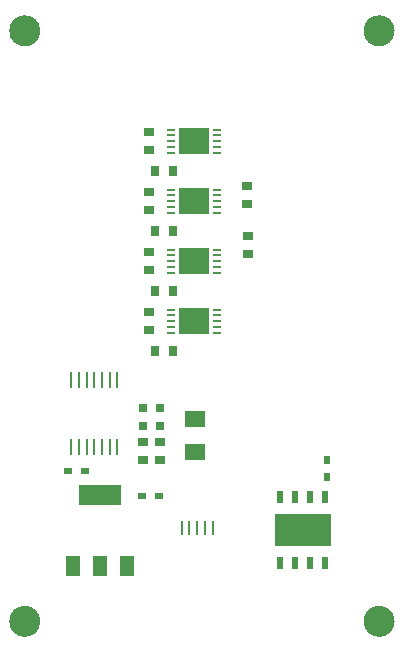
<source format=gtp>
G04 #@! TF.FileFunction,Paste,Top*
%FSLAX46Y46*%
G04 Gerber Fmt 4.6, Leading zero omitted, Abs format (unit mm)*
G04 Created by KiCad (PCBNEW 4.0.4-stable) date 11/10/16 15:29:45*
%MOMM*%
%LPD*%
G01*
G04 APERTURE LIST*
%ADD10C,0.100000*%
%ADD11C,0.010000*%
%ADD12R,0.860760X0.759160*%
%ADD13R,0.759160X0.860760*%
%ADD14R,0.279100X1.330660*%
%ADD15R,0.657560X0.657560*%
%ADD16R,0.690000X0.200000*%
%ADD17R,2.500000X2.200000*%
%ADD18R,1.663400X1.460200*%
%ADD19R,0.495000X1.130000*%
%ADD20R,4.750000X2.800000*%
%ADD21R,0.610000X0.660000*%
%ADD22R,0.260000X1.210000*%
%ADD23C,2.552000*%
%ADD24R,0.660000X0.610000*%
%ADD25R,1.160480X1.660860*%
%ADD26R,3.659840X1.660860*%
G04 APERTURE END LIST*
D10*
D11*
X131275000Y-90000000D02*
G75*
G03X131275000Y-90000000I-1275000J0D01*
G01*
X131275000Y-140000000D02*
G75*
G03X131275000Y-140000000I-1275000J0D01*
G01*
X161275000Y-140000000D02*
G75*
G03X161275000Y-140000000I-1275000J0D01*
G01*
X161275000Y-90000000D02*
G75*
G03X161275000Y-90000000I-1275000J0D01*
G01*
D12*
X148880000Y-108861840D03*
X148880000Y-107358160D03*
X140510000Y-100111840D03*
X140510000Y-98608160D03*
D13*
X142531840Y-101900000D03*
X141028160Y-101900000D03*
D12*
X140510000Y-105191840D03*
X140510000Y-103688160D03*
D13*
X142531840Y-106980000D03*
X141028160Y-106980000D03*
D12*
X140510000Y-110271840D03*
X140510000Y-108768160D03*
D13*
X142531840Y-112060000D03*
X141028160Y-112060000D03*
D12*
X140510000Y-115351840D03*
X140510000Y-113848160D03*
D13*
X142531840Y-117140000D03*
X141028160Y-117140000D03*
D14*
X135880000Y-119600920D03*
X135229760Y-119600920D03*
X134579520Y-119600920D03*
X133929280Y-119600920D03*
X133929280Y-125199080D03*
X137830720Y-119600920D03*
X137180480Y-119600920D03*
X136530240Y-119600920D03*
X134579520Y-125199080D03*
X135229760Y-125199080D03*
X135880000Y-125199080D03*
X136530240Y-125199080D03*
X137180480Y-125199080D03*
X137830720Y-125199080D03*
D15*
X141450000Y-121971400D03*
X141450000Y-123470000D03*
X140030000Y-121971400D03*
X140030000Y-123470000D03*
D16*
X142400000Y-103440000D03*
X142400000Y-103940000D03*
X142400000Y-104440000D03*
X142400000Y-104940000D03*
X142400000Y-105440000D03*
X146240000Y-103440000D03*
X146240000Y-103940000D03*
X146240000Y-104440000D03*
X146240000Y-104940000D03*
X146240000Y-105440000D03*
D17*
X144320000Y-104440000D03*
D16*
X142400000Y-108520000D03*
X142400000Y-109020000D03*
X142400000Y-109520000D03*
X142400000Y-110020000D03*
X142400000Y-110520000D03*
X146240000Y-108520000D03*
X146240000Y-109020000D03*
X146240000Y-109520000D03*
X146240000Y-110020000D03*
X146240000Y-110520000D03*
D17*
X144320000Y-109520000D03*
D16*
X142400000Y-113600000D03*
X142400000Y-114100000D03*
X142400000Y-114600000D03*
X142400000Y-115100000D03*
X142400000Y-115600000D03*
X146240000Y-113600000D03*
X146240000Y-114100000D03*
X146240000Y-114600000D03*
X146240000Y-115100000D03*
X146240000Y-115600000D03*
D17*
X144320000Y-114600000D03*
D18*
X144430000Y-125697000D03*
X144430000Y-122903000D03*
D19*
X151615000Y-135074000D03*
X152885000Y-135074000D03*
X154155000Y-135074000D03*
X155425000Y-135074000D03*
X155425000Y-129486000D03*
X154155000Y-129486000D03*
X152885000Y-129486000D03*
X151615000Y-129486000D03*
D20*
X153520000Y-132280000D03*
D21*
X155570000Y-127810000D03*
X155570000Y-126310000D03*
D22*
X143299100Y-132117460D03*
X143949100Y-132117460D03*
X144599100Y-132117460D03*
X145249100Y-132117460D03*
X145899100Y-132117460D03*
D16*
X142400000Y-98360000D03*
X142400000Y-98860000D03*
X142400000Y-99360000D03*
X142400000Y-99860000D03*
X142400000Y-100360000D03*
X146240000Y-98360000D03*
X146240000Y-98860000D03*
X146240000Y-99360000D03*
X146240000Y-99860000D03*
X146240000Y-100360000D03*
D17*
X144320000Y-99360000D03*
D23*
X130000000Y-90000000D03*
X130000000Y-140000000D03*
X160000000Y-140000000D03*
X160000000Y-90000000D03*
D24*
X135130000Y-127290000D03*
X133630000Y-127290000D03*
X141400000Y-129360000D03*
X139900000Y-129360000D03*
D12*
X141450000Y-126340000D03*
X141450000Y-124836320D03*
X140030000Y-126340000D03*
X140030000Y-124836320D03*
D25*
X134048760Y-135319740D03*
X136350000Y-135319740D03*
X138651240Y-135319740D03*
D26*
X136350000Y-129320260D03*
D12*
X148830000Y-104681840D03*
X148830000Y-103178160D03*
M02*

</source>
